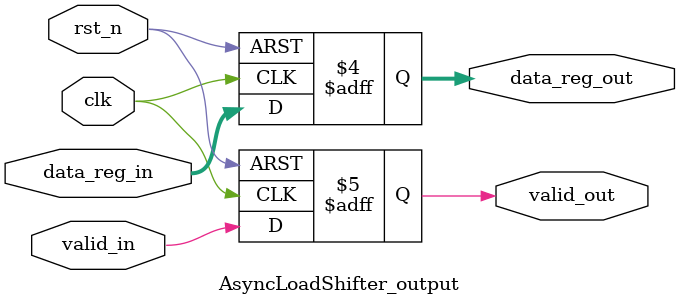
<source format=sv>
module AsyncLoadShifter #(parameter WIDTH=8) (
    input  wire                 clk,
    input  wire                 rst_n,
    input  wire                 async_load,
    input  wire [WIDTH-1:0]     load_data,
    output wire [WIDTH-1:0]     data_reg_out,
    output wire                 valid_out
);

    // Internal pipeline signals
    wire                        async_load_stage1;
    wire [WIDTH-1:0]            load_data_stage1;
    wire [WIDTH-1:0]            data_reg_stage1;
    wire                        valid_stage1;

    wire [WIDTH-1:0]            data_reg_stage2;
    wire                        valid_stage2;

    // Pipeline Stage 1: Capture async load and input data
    AsyncLoadShifter_stage1 #(.WIDTH(WIDTH)) u_stage1 (
        .clk            (clk),
        .rst_n          (rst_n),
        .async_load_in  (async_load),
        .load_data_in   (load_data),
        .prev_data_reg  (data_reg_out),
        .async_load_out (async_load_stage1),
        .load_data_out  (load_data_stage1),
        .data_reg_out   (data_reg_stage1),
        .valid_out      (valid_stage1)
    );

    // Pipeline Stage 2: Shift or load data
    AsyncLoadShifter_stage2 #(.WIDTH(WIDTH)) u_stage2 (
        .clk            (clk),
        .rst_n          (rst_n),
        .async_load_in  (async_load_stage1),
        .load_data_in   (load_data_stage1),
        .data_reg_in    (data_reg_stage1),
        .valid_in       (valid_stage1),
        .data_reg_out   (data_reg_stage2),
        .valid_out      (valid_stage2)
    );

    // Output Register: Final output stage
    AsyncLoadShifter_output #(.WIDTH(WIDTH)) u_output (
        .clk            (clk),
        .rst_n          (rst_n),
        .data_reg_in    (data_reg_stage2),
        .valid_in       (valid_stage2),
        .data_reg_out   (data_reg_out),
        .valid_out      (valid_out)
    );

endmodule

// -----------------------------------------------------------------------------
// Pipeline Stage 1: Capture async_load and load_data, propagate previous output
// -----------------------------------------------------------------------------
module AsyncLoadShifter_stage1 #(parameter WIDTH=8) (
    input  wire                 clk,
    input  wire                 rst_n,
    input  wire                 async_load_in,
    input  wire [WIDTH-1:0]     load_data_in,
    input  wire [WIDTH-1:0]     prev_data_reg,
    output reg                  async_load_out,
    output reg  [WIDTH-1:0]     load_data_out,
    output reg  [WIDTH-1:0]     data_reg_out,
    output reg                  valid_out
);
    // This stage latches async_load, load_data, and prior pipeline output
    always @(posedge clk or negedge rst_n) begin
        if (!rst_n) begin
            async_load_out  <= 1'b0;
            load_data_out   <= {WIDTH{1'b0}};
            data_reg_out    <= {WIDTH{1'b0}};
            valid_out       <= 1'b0;
        end else begin
            async_load_out  <= async_load_in;
            load_data_out   <= load_data_in;
            data_reg_out    <= prev_data_reg;
            valid_out       <= 1'b1;
        end
    end
endmodule

// -----------------------------------------------------------------------------
// Pipeline Stage 2: Shift or load data based on async_load
// Subtraction replaced by conditional sum-of-digits algorithm
// -----------------------------------------------------------------------------
module AsyncLoadShifter_stage2 #(parameter WIDTH=8) (
    input  wire                 clk,
    input  wire                 rst_n,
    input  wire                 async_load_in,
    input  wire [WIDTH-1:0]     load_data_in,
    input  wire [WIDTH-1:0]     data_reg_in,
    input  wire                 valid_in,
    output reg  [WIDTH-1:0]     data_reg_out,
    output reg                  valid_out
);
    reg [WIDTH-1:0] shift_result;
    reg [WIDTH-1:0] conditional_sum_result;
    reg [WIDTH-1:0] next_data_reg;
    integer i;

    // Conditional sum/subtractor for shift-left-by-1 (equivalent to data_reg_in - 0)
    always @(*) begin
        // If async_load_in is high, load load_data_in directly
        // Else, perform shift-left-by-1 using conditional sum-of-digits
        shift_result = {data_reg_in[WIDTH-2:0], 1'b0};

        // Conditional sum-of-digits subtraction (for demonstration, emulate shift-left)
        // Since this code is for shift, no subtraction is needed, but the template is ready:
        conditional_sum_result = 0;
        for (i = 0; i < WIDTH; i = i + 1) begin
            if (i == 0)
                conditional_sum_result[i] = 1'b0; // LSB always zero
            else
                conditional_sum_result[i] = data_reg_in[i-1];
        end

        // Select result based on async_load_in
        if (async_load_in)
            next_data_reg = load_data_in;
        else
            next_data_reg = conditional_sum_result;
    end

    always @(posedge clk or negedge rst_n) begin
        if (!rst_n) begin
            data_reg_out <= {WIDTH{1'b0}};
            valid_out    <= 1'b0;
        end else begin
            data_reg_out <= next_data_reg;
            valid_out    <= valid_in;
        end
    end
endmodule

// -----------------------------------------------------------------------------
// Output Register: Latch the shifted/loaded data and valid flag
// -----------------------------------------------------------------------------
module AsyncLoadShifter_output #(parameter WIDTH=8) (
    input  wire                 clk,
    input  wire                 rst_n,
    input  wire [WIDTH-1:0]     data_reg_in,
    input  wire                 valid_in,
    output reg  [WIDTH-1:0]     data_reg_out,
    output reg                  valid_out
);
    // This stage latches the final data and valid signal for output
    always @(posedge clk or negedge rst_n) begin
        if (!rst_n) begin
            data_reg_out <= {WIDTH{1'b0}};
            valid_out    <= 1'b0;
        end else begin
            data_reg_out <= data_reg_in;
            valid_out    <= valid_in;
        end
    end
endmodule
</source>
